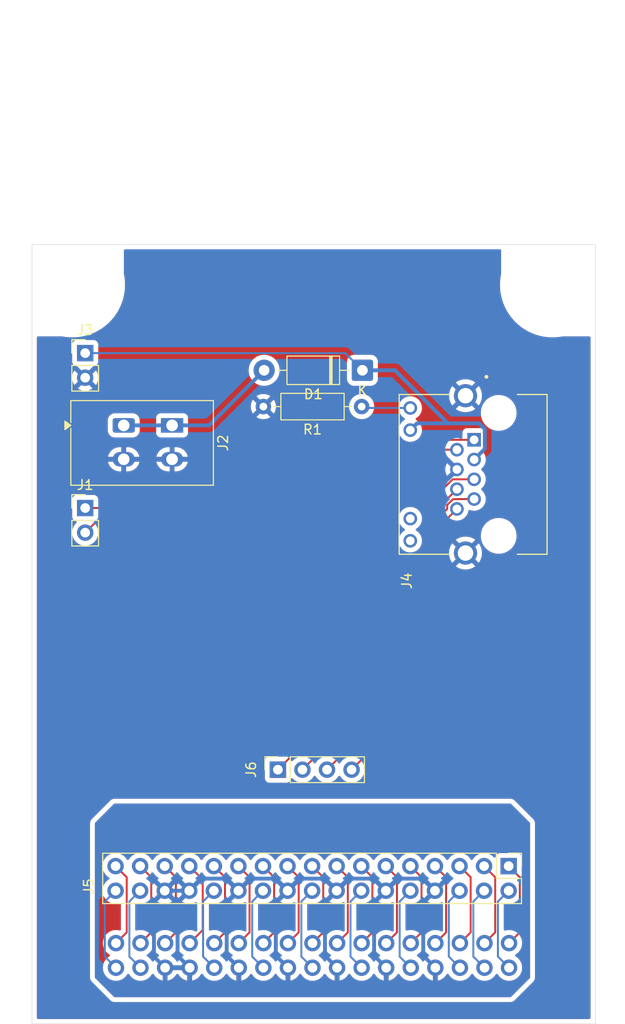
<source format=kicad_pcb>
(kicad_pcb (version 20241229) (generator "pcbnew") (generator_version "9.0")
  (layers (0 "F.Cu" signal) (2 "B.Cu" signal) (13 "F.Paste" user) (15 "B.Paste" user) (5 "F.SilkS" user "F.Silkscreen") (7 "B.SilkS" user "B.Silkscreen") (1 "F.Mask" user) (3 "B.Mask" user) (25 "Edge.Cuts" user))
  (net 0 "")
  (net 1 "Net-(J1-Pin_1)")
  (net 2 "Net-(J1-Pin_2)")
  (net 3 "/GND")
  (net 4 "/12v")
  (net 5 "Net-(J4-Pad9)")
  (net 8 "/DGND")
  (net 9 "/AGND")
  (net 10 "Net-(D1-A)")
  (net 11 "Net-(J6-Pin_2)")
  (net 12 "Net-(J6-Pin_3)")
  (net 13 "Net-(J6-Pin_1)")
  (net 14 "Net-(J6-Pin_4)")
  (net 15 "Net-(J5-Pin_15)")
  (net 16 "Net-(J5-Pin_22)")
  (net 17 "Net-(J5-Pin_11)")
  (net 18 "Net-(J5-Pin_21)")
  (net 19 "Net-(J5-Pin_33)")
  (net 20 "Net-(J5-Pin_18)")
  (net 21 "Net-(J5-Pin_7)")
  (net 22 "Net-(J5-Pin_27)")
  (net 23 "Net-(J5-Pin_13)")
  (net 24 "Net-(J5-Pin_31)")
  (net 25 "Net-(J5-Pin_34)")
  (net 26 "Net-(J5-Pin_17)")
  (net 27 "Net-(J5-Pin_3)")
  (net 28 "Net-(J5-Pin_25)")
  (net 29 "Net-(J5-Pin_9)")
  (net 30 "Net-(J5-Pin_14)")
  (net 31 "Net-(J5-Pin_26)")
  (net 32 "Net-(J5-Pin_1)")
  (net 33 "Net-(J5-Pin_32)")
  (net 34 "Net-(J5-Pin_10)")
  (net 35 "Net-(J5-Pin_4)")
  (net 36 "Net-(J5-Pin_19)")
  (net 37 "Net-(J5-Pin_29)")
  (net 38 "Net-(J5-Pin_23)")
  (net 39 "Net-(J5-Pin_5)")
  (net 40 "Net-(J5-Pin_2)")
  (footprint "TerminalBlock_WAGO:TerminalBlock_WAGO_2601-1102_1x02_P3.50mm_Horizontal" (layer "F.Cu") (at 110.4825 78.44 -90)
    (property "Reference" "J2" (at 1.81 -10.27 90) (layer "F.SilkS"))
    (property "Value" "Conn_01x02_Pin")
    (fp_line (start -2.56 5.47) (end -2.56 -9.27) (stroke (width 0.12)) (layer "F.SilkS"))
    (fp_line (start -0.3 5.47) (end -2.56 5.47) (stroke (width 0.12)) (layer "F.SilkS"))
    (fp_line (start 6.18 5.47) (end 0.3 5.47) (stroke (width 0.12)) (layer "F.SilkS"))
    (fp_line (start -2.56 -9.27) (end 6.18 -9.27) (stroke (width 0.12)) (layer "F.SilkS"))
    (fp_line (start 6.18 -9.27) (end 6.18 5.47) (stroke (width 0.12)) (layer "F.SilkS"))
    (fp_poly (pts (xy 0 5.47) (xy 0.44 6.08) (xy -0.44 6.08)) (stroke (width 0.12)) (fill yes) (layer "F.SilkS"))
    (pad "1" thru_hole rect (at 0 -5 270) (size 1.5 2.3) (drill 1.2) (layers "*.Cu" "*.Mask") (net 10 "Net-(D1-A)"))
    (pad "1" thru_hole roundrect (at 0 0 270) (size 1.5 2.3) (drill 1.2) (layers "*.Cu" "*.Mask") (roundrect_rratio 0.166667) (net 10 "Net-(D1-A)"))
    (pad "2" thru_hole oval (at 3.5 -5 270) (size 1.5 2.3) (drill 1.2) (layers "*.Cu" "*.Mask") (net 3 "/GND"))
    (pad "2" thru_hole oval (at 3.5 0 270) (size 1.5 2.3) (drill 1.2) (layers "*.Cu" "*.Mask") (net 3 "/GND"))
  )
  (footprint "Diode_THT:D_DO-41_SOD81_P10.16mm_Horizontal" (layer "F.Cu") (at 135.16 72.75 180)
    (property "Reference" "D1" (at 5.08 -2.47 0) (layer "F.SilkS"))
    (property "Value" "D_Schottky")
    (fp_line (start 8.82 0) (end 7.8 0) (stroke (width 0.12)) (layer "F.SilkS"))
    (fp_line (start 3.38 -1.47) (end 3.38 1.47) (stroke (width 0.12)) (layer "F.SilkS"))
    (fp_line (start 3.26 -1.47) (end 3.26 1.47) (stroke (width 0.12)) (layer "F.SilkS"))
    (fp_line (start 3.14 -1.47) (end 3.14 1.47) (stroke (width 0.12)) (layer "F.SilkS"))
    (fp_line (start 1.34 0) (end 2.36 0) (stroke (width 0.12)) (layer "F.SilkS"))
    (fp_rect (start 2.36 -1.47) (end 7.8 1.47) (stroke (width 0.12)) (fill no) (layer "F.SilkS"))
    (fp_text user "K" (at 0 -2.1 0) (layer "F.SilkS"))
    (pad "1" thru_hole roundrect (at 0 0 180) (size 2.2 2.2) (drill 1.1) (layers "*.Cu" "*.Mask") (roundrect_rratio 0.113636) (net 4 "/12v"))
    (pad "2" thru_hole circle (at 10.16 0 180) (size 2.2 2.2) (drill 1.1) (layers "*.Cu" "*.Mask") (net 10 "Net-(D1-A)"))
  )
  (footprint "custom:ADAMTECH_MTJ-88ARX1-FSM-LG" (layer "F.Cu") (at 149.25 83.5 90)
    (property "Reference" "J4" (at -11 -9.5 90) (layer "F.SilkS"))
    (property "Value" "MTJ-88ARX1-FSM-LG")
    (fp_line (start 8.25 -10.29) (end 8.25 -4.95) (stroke (width 0.127)) (layer "F.SilkS"))
    (fp_line (start -8.25 -10.29) (end 8.25 -10.29) (stroke (width 0.127)) (layer "F.SilkS"))
    (fp_line (start -8.25 -4.95) (end -8.25 -10.29) (stroke (width 0.127)) (layer "F.SilkS"))
    (fp_line (start 8.25 5) (end 8.25 1.92) (stroke (width 0.127)) (layer "F.SilkS"))
    (fp_line (start 8.25 5) (end -8.25 5) (stroke (width 0.127)) (layer "F.SilkS"))
    (fp_line (start -8.25 5) (end -8.25 1.92) (stroke (width 0.127)) (layer "F.SilkS"))
    (fp_circle (center 10.075 -1.27) (end 10.175 -1.27) (stroke (width 0.2)) (fill no) (layer "F.SilkS"))
    (pad "" np_thru_hole circle (at -6.35 0 90) (size 3.2 3.2) (drill 3.2) (layers "*.Cu" "*.Mask"))
    (pad "" np_thru_hole circle (at 6.35 0 90) (size 3.2 3.2) (drill 3.2) (layers "*.Cu" "*.Mask"))
    (pad "1" thru_hole rect (at 3.57 -2.54 90) (size 1.408 1.408) (drill 0.9) (layers "*.Cu" "*.Mask") (net 1 "Net-(J1-Pin_1)"))
    (pad "2" thru_hole circle (at 2.55 -4.32 90) (size 1.408 1.408) (drill 0.9) (layers "*.Cu" "*.Mask") (net 2 "Net-(J1-Pin_2)"))
    (pad "3" thru_hole circle (at 1.53 -2.54 90) (size 1.408 1.408) (drill 0.9) (layers "*.Cu" "*.Mask") (net 4 "/12v"))
    (pad "4" thru_hole circle (at 0.51 -4.32 90) (size 1.408 1.408) (drill 0.9) (layers "*.Cu" "*.Mask") (net 3 "/GND"))
    (pad "5" thru_hole circle (at -0.51 -2.54 90) (size 1.408 1.408) (drill 0.9) (layers "*.Cu" "*.Mask") (net 13 "Net-(J6-Pin_1)"))
    (pad "6" thru_hole circle (at -1.53 -4.32 90) (size 1.408 1.408) (drill 0.9) (layers "*.Cu" "*.Mask") (net 11 "Net-(J6-Pin_2)"))
    (pad "7" thru_hole circle (at -2.55 -2.54 90) (size 1.408 1.408) (drill 0.9) (layers "*.Cu" "*.Mask") (net 12 "Net-(J6-Pin_3)"))
    (pad "8" thru_hole circle (at -3.57 -4.32 90) (size 1.408 1.408) (drill 0.9) (layers "*.Cu" "*.Mask") (net 14 "Net-(J6-Pin_4)"))
    (pad "9" thru_hole circle (at 6.86 -9.14 90) (size 1.408 1.408) (drill 0.9) (layers "*.Cu" "*.Mask") (net 5 "Net-(J4-Pad9)"))
    (pad "10" thru_hole circle (at 4.57 -9.14 90) (size 1.408 1.408) (drill 0.9) (layers "*.Cu" "*.Mask") (net 4 "/12v"))
    (pad "11" thru_hole circle (at -4.57 -9.14 90) (size 1.408 1.408) (drill 0.9) (layers "*.Cu" "*.Mask"))
    (pad "12" thru_hole circle (at -6.86 -9.14 90) (size 1.408 1.408) (drill 0.9) (layers "*.Cu" "*.Mask"))
    (pad "SH1" thru_hole circle (at -8.125 -3.43 90) (size 2.4 2.4) (drill 1.6) (layers "*.Cu" "*.Mask") (net 3 "/GND"))
    (pad "SH2" thru_hole circle (at 8.125 -3.43 90) (size 2.4 2.4) (drill 1.6) (layers "*.Cu" "*.Mask") (net 3 "/GND"))
  )
  (footprint "Connector_PinHeader_2.54mm:PinHeader_1x02_P2.54mm_Vertical" (layer "F.Cu") (at 106.5 86.975)
    (property "Reference" "J1" (at 0 -2.38 0) (layer "F.SilkS"))
    (property "Value" "Conn_01x02_Pin")
    (fp_line (start -1.38 -1.38) (end 0 -1.38) (stroke (width 0.12)) (layer "F.SilkS"))
    (fp_line (start -1.38 0) (end -1.38 -1.38) (stroke (width 0.12)) (layer "F.SilkS"))
    (fp_line (start -1.38 1.27) (end -1.38 3.92) (stroke (width 0.12)) (layer "F.SilkS"))
    (fp_line (start -1.38 1.27) (end 1.38 1.27) (stroke (width 0.12)) (layer "F.SilkS"))
    (fp_line (start -1.38 3.92) (end 1.38 3.92) (stroke (width 0.12)) (layer "F.SilkS"))
    (fp_line (start 1.38 1.27) (end 1.38 3.92) (stroke (width 0.12)) (layer "F.SilkS"))
    (pad "1" thru_hole rect (at 0 0) (size 1.7 1.7) (drill 1) (layers "*.Cu" "*.Mask") (net 1 "Net-(J1-Pin_1)"))
    (pad "2" thru_hole circle (at 0 2.54) (size 1.7 1.7) (drill 1) (layers "*.Cu" "*.Mask") (net 2 "Net-(J1-Pin_2)"))
  )
  (footprint "Resistor_THT:R_Axial_DIN0207_L6.3mm_D2.5mm_P10.16mm_Horizontal" (layer "F.Cu") (at 135.08 76.5 180)
    (property "Reference" "R1" (at 5.08 -2.37 0) (layer "F.SilkS"))
    (property "Value" "R")
    (fp_line (start 9.12 0) (end 8.35 0) (stroke (width 0.12)) (layer "F.SilkS"))
    (fp_line (start 1.04 0) (end 1.81 0) (stroke (width 0.12)) (layer "F.SilkS"))
    (fp_rect (start 1.81 -1.37) (end 8.35 1.37) (stroke (width 0.12)) (fill no) (layer "F.SilkS"))
    (pad "1" thru_hole circle (at 0 0 180) (size 1.6 1.6) (drill 0.8) (layers "*.Cu" "*.Mask") (net 5 "Net-(J4-Pad9)"))
    (pad "2" thru_hole circle (at 10.16 0 180) (size 1.6 1.6) (drill 0.8) (layers "*.Cu" "*.Mask") (net 3 "/GND"))
  )
  (footprint "Connector_PinHeader_2.54mm:PinHeader_1x02_P2.54mm_Vertical" (layer "F.Cu") (at 106.5 70.975)
    (property "Reference" "J3" (at 0 -2.38 0) (layer "F.SilkS"))
    (property "Value" "Conn_01x02_Pin")
    (fp_line (start -1.38 -1.38) (end 0 -1.38) (stroke (width 0.12)) (layer "F.SilkS"))
    (fp_line (start -1.38 0) (end -1.38 -1.38) (stroke (width 0.12)) (layer "F.SilkS"))
    (fp_line (start -1.38 1.27) (end -1.38 3.92) (stroke (width 0.12)) (layer "F.SilkS"))
    (fp_line (start -1.38 1.27) (end 1.38 1.27) (stroke (width 0.12)) (layer "F.SilkS"))
    (fp_line (start -1.38 3.92) (end 1.38 3.92) (stroke (width 0.12)) (layer "F.SilkS"))
    (fp_line (start 1.38 1.27) (end 1.38 3.92) (stroke (width 0.12)) (layer "F.SilkS"))
    (pad "1" thru_hole rect (at 0 0) (size 1.7 1.7) (drill 1) (layers "*.Cu" "*.Mask") (net 4 "/12v"))
    (pad "2" thru_hole circle (at 0 2.54) (size 1.7 1.7) (drill 1) (layers "*.Cu" "*.Mask") (net 3 "/GND"))
  )
  (footprint "Connector_PinSocket_2.54mm:PinSocket_2x17_P2.54mm_Vertical" (layer "F.Cu") (at 150.28 127.34 -90)
    (property "Reference" "J5" (at -1.27 43.41 90) (layer "F.SilkS"))
    (property "Value" "Conn_02x17_Odd_Even")
    (fp_line (start 0.49 41.97) (end -4.71 41.97) (stroke (width 0.12)) (layer "F.SilkS"))
    (fp_line (start -4.71 1.27) (end -4.71 41.97) (stroke (width 0.12)) (layer "F.SilkS"))
    (fp_line (start -2.11 1.27) (end -4.71 1.27) (stroke (width 0.12)) (layer "F.SilkS"))
    (fp_line (start -4.71 -1.33) (end -4.71 0) (stroke (width 0.12)) (layer "F.SilkS"))
    (fp_line (start -3.38 -1.33) (end -4.71 -1.33) (stroke (width 0.12)) (layer "F.SilkS"))
    (fp_line (start -2.11 -1.33) (end -2.11 1.27) (stroke (width 0.12)) (layer "F.SilkS"))
    (fp_line (start 0.49 -1.33) (end 0.49 41.97) (stroke (width 0.12)) (layer "F.SilkS"))
    (fp_line (start 0.49 -1.33) (end -2.11 -1.33) (stroke (width 0.12)) (layer "F.SilkS"))
    (pad "1" thru_hole rect (at -3.38 0 270) (size 1.7 1.7) (drill 1) (layers "*.Cu" "*.Mask") (net 32 "Net-(J5-Pin_1)"))
    (pad "2" thru_hole circle (at -0.84 0 270) (size 1.7 1.7) (drill 1) (layers "*.Cu" "*.Mask") (net 40 "Net-(J5-Pin_2)"))
    (pad "3" thru_hole circle (at -3.38 2.54 270) (size 1.7 1.7) (drill 1) (layers "*.Cu" "*.Mask") (net 27 "Net-(J5-Pin_3)"))
    (pad "4" thru_hole circle (at -0.84 2.54 270) (size 1.7 1.7) (drill 1) (layers "*.Cu" "*.Mask") (net 35 "Net-(J5-Pin_4)"))
    (pad "5" thru_hole circle (at -3.38 5.08 270) (size 1.7 1.7) (drill 1) (layers "*.Cu" "*.Mask") (net 39 "Net-(J5-Pin_5)"))
    (pad "6" thru_hole circle (at -0.84 5.08 270) (size 1.7 1.7) (drill 1) (layers "*.Cu" "*.Mask") (net 9 "/AGND"))
    (pad "7" thru_hole circle (at -3.38 7.62 270) (size 1.7 1.7) (drill 1) (layers "*.Cu" "*.Mask") (net 21 "Net-(J5-Pin_7)"))
    (pad "8" thru_hole circle (at -0.84 7.62 270) (size 1.7 1.7) (drill 1) (layers "*.Cu" "*.Mask") (net 8 "/DGND"))
    (pad "9" thru_hole circle (at -3.38 10.16 270) (size 1.7 1.7) (drill 1) (layers "*.Cu" "*.Mask") (net 29 "Net-(J5-Pin_9)"))
    (pad "10" thru_hole circle (at -0.84 10.16 270) (size 1.7 1.7) (drill 1) (layers "*.Cu" "*.Mask") (net 34 "Net-(J5-Pin_10)"))
    (pad "11" thru_hole circle (at -3.38 12.7 270) (size 1.7 1.7) (drill 1) (layers "*.Cu" "*.Mask") (net 17 "Net-(J5-Pin_11)"))
    (pad "12" thru_hole circle (at -0.84 12.7 270) (size 1.7 1.7) (drill 1) (layers "*.Cu" "*.Mask") (net 8 "/DGND"))
    (pad "13" thru_hole circle (at -3.38 15.24 270) (size 1.7 1.7) (drill 1) (layers "*.Cu" "*.Mask") (net 23 "Net-(J5-Pin_13)"))
    (pad "14" thru_hole circle (at -0.84 15.24 270) (size 1.7 1.7) (drill 1) (layers "*.Cu" "*.Mask") (net 30 "Net-(J5-Pin_14)"))
    (pad "15" thru_hole circle (at -3.38 17.78 270) (size 1.7 1.7) (drill 1) (layers "*.Cu" "*.Mask") (net 15 "Net-(J5-Pin_15)"))
    (pad "16" thru_hole circle (at -0.84 17.78 270) (size 1.7 1.7) (drill 1) (layers "*.Cu" "*.Mask") (net 8 "/DGND"))
    (pad "17" thru_hole circle (at -3.38 20.32 270) (size 1.7 1.7) (drill 1) (layers "*.Cu" "*.Mask") (net 26 "Net-(J5-Pin_17)"))
    (pad "18" thru_hole circle (at -0.84 20.32 270) (size 1.7 1.7) (drill 1) (layers "*.Cu" "*.Mask") (net 20 "Net-(J5-Pin_18)"))
    (pad "19" thru_hole circle (at -3.38 22.86 270) (size 1.7 1.7) (drill 1) (layers "*.Cu" "*.Mask") (net 36 "Net-(J5-Pin_19)"))
    (pad "20" thru_hole circle (at -0.84 22.86 270) (size 1.7 1.7) (drill 1) (layers "*.Cu" "*.Mask") (net 8 "/DGND"))
    (pad "21" thru_hole circle (at -3.38 25.4 270) (size 1.7 1.7) (drill 1) (layers "*.Cu" "*.Mask") (net 18 "Net-(J5-Pin_21)"))
    (pad "22" thru_hole circle (at -0.84 25.4 270) (size 1.7 1.7) (drill 1) (layers "*.Cu" "*.Mask") (net 16 "Net-(J5-Pin_22)"))
    (pad "23" thru_hole circle (at -3.38 27.94 270) (size 1.7 1.7) (drill 1) (layers "*.Cu" "*.Mask") (net 38 "Net-(J5-Pin_23)"))
    (pad "24" thru_hole circle (at -0.84 27.94 270) (size 1.7 1.7) (drill 1) (layers "*.Cu" "*.Mask") (net 8 "/DGND"))
    (pad "25" thru_hole circle (at -3.38 30.48 270) (size 1.7 1.7) (drill 1) (layers "*.Cu" "*.Mask") (net 28 "Net-(J5-Pin_25)"))
    (pad "26" thru_hole circle (at -0.84 30.48 270) (size 1.7 1.7) (drill 1) (layers "*.Cu" "*.Mask") (net 31 "Net-(J5-Pin_26)"))
    (pad "27" thru_hole circle (at -3.38 33.02 270) (size 1.7 1.7) (drill 1) (layers "*.Cu" "*.Mask") (net 22 "Net-(J5-Pin_27)"))
    (pad "28" thru_hole circle (at -0.84 33.02 270) (size 1.7 1.7) (drill 1) (layers "*.Cu" "*.Mask") (net 8 "/DGND"))
    (pad "29" thru_hole circle (at -3.38 35.56 270) (size 1.7 1.7) (drill 1) (layers "*.Cu" "*.Mask") (net 37 "Net-(J5-Pin_29)"))
    (pad "30" thru_hole circle (at -0.84 35.56 270) (size 1.7 1.7) (drill 1) (layers "*.Cu" "*.Mask") (net 8 "/DGND"))
    (pad "31" thru_hole circle (at -3.38 38.1 270) (size 1.7 1.7) (drill 1) (layers "*.Cu" "*.Mask") (net 24 "Net-(J5-Pin_31)"))
    (pad "32" thru_hole circle (at -0.84 38.1 270) (size 1.7 1.7) (drill 1) (layers "*.Cu" "*.Mask") (net 33 "Net-(J5-Pin_32)"))
    (pad "33" thru_hole circle (at -3.38 40.64 270) (size 1.7 1.7) (drill 1) (layers "*.Cu" "*.Mask") (net 19 "Net-(J5-Pin_33)"))
    (pad "34" thru_hole circle (at -0.84 40.64 270) (size 1.7 1.7) (drill 1) (layers "*.Cu" "*.Mask") (net 25 "Net-(J5-Pin_34)"))
  )
  (footprint "Connector_PinSocket_2.54mm:PinSocket_1x04_P2.54mm_Vertical" (layer "F.Cu") (at 126.42 114 90)
    (property "Reference" "J6" (at 0 -2.77 90) (layer "F.SilkS"))
    (property "Value" "Conn_01x04_Socket")
    (fp_line (start 1.33 -1.33) (end 1.33 0) (stroke (width 0.12)) (layer "F.SilkS"))
    (fp_line (start 0 -1.33) (end 1.33 -1.33) (stroke (width 0.12)) (layer "F.SilkS"))
    (fp_line (start 1.33 1.27) (end 1.33 8.95) (stroke (width 0.12)) (layer "F.SilkS"))
    (fp_line (start -1.33 1.27) (end 1.33 1.27) (stroke (width 0.12)) (layer "F.SilkS"))
    (fp_line (start -1.33 1.27) (end -1.33 8.95) (stroke (width 0.12)) (layer "F.SilkS"))
    (fp_line (start -1.33 8.95) (end 1.33 8.95) (stroke (width 0.12)) (layer "F.SilkS"))
    (pad "1" thru_hole rect (at 0 0 90) (size 1.7 1.7) (drill 1) (layers "*.Cu" "*.Mask") (net 13 "Net-(J6-Pin_1)"))
    (pad "2" thru_hole circle (at 0 2.54 90) (size 1.7 1.7) (drill 1) (layers "*.Cu" "*.Mask") (net 11 "Net-(J6-Pin_2)"))
    (pad "3" thru_hole circle (at 0 5.08 90) (size 1.7 1.7) (drill 1) (layers "*.Cu" "*.Mask") (net 12 "Net-(J6-Pin_3)"))
    (pad "4" thru_hole circle (at 0 7.62 90) (size 1.7 1.7) (drill 1) (layers "*.Cu" "*.Mask") (net 14 "Net-(J6-Pin_4)"))
  )
  (footprint "FRC:RoboRIO_MXP-THT" (layer "F.Cu") (at 105.1842 63.9182)
    (property "Reference" "U1" (hide yes))
    (property "Value" "~")
    (pad "" np_thru_hole circle (at 0 0) (size 4.064 4.064) (drill 4.064) (layers "*.Cu" "*.Mask") (clearance 3.4))
    (pad "" np_thru_hole circle (at 49.6316 0) (size 4.064 4.064) (drill 4.064) (layers "*.Cu" "*.Mask") (clearance 3.4))
    (pad "1" thru_hole oval (at 45.1358 67.9958) (size 1.7 1.7) (drill 1) (layers "*.Cu" "*.Mask") (net 32 "Net-(J5-Pin_1)"))
    (pad "2" thru_hole oval (at 45.1358 70.5358) (size 1.7 1.7) (drill 1) (layers "*.Cu" "*.Mask") (net 40 "Net-(J5-Pin_2)"))
    (pad "3" thru_hole oval (at 42.5958 67.9958) (size 1.7 1.7) (drill 1) (layers "*.Cu" "*.Mask") (net 27 "Net-(J5-Pin_3)"))
    (pad "4" thru_hole oval (at 42.5958 70.5358) (size 1.7 1.7) (drill 1) (layers "*.Cu" "*.Mask") (net 35 "Net-(J5-Pin_4)"))
    (pad "5" thru_hole oval (at 40.0558 67.9958) (size 1.7 1.7) (drill 1) (layers "*.Cu" "*.Mask") (net 39 "Net-(J5-Pin_5)"))
    (pad "6" thru_hole oval (at 40.0558 70.5358) (size 1.7 1.7) (drill 1) (layers "*.Cu" "*.Mask") (net 9 "/AGND"))
    (pad "7" thru_hole oval (at 37.5158 67.9958) (size 1.7 1.7) (drill 1) (layers "*.Cu" "*.Mask") (net 21 "Net-(J5-Pin_7)"))
    (pad "8" thru_hole oval (at 37.5158 70.5358) (size 1.7 1.7) (drill 1) (layers "*.Cu" "*.Mask") (net 8 "/DGND"))
    (pad "9" thru_hole oval (at 34.9758 67.9958) (size 1.7 1.7) (drill 1) (layers "*.Cu" "*.Mask") (net 29 "Net-(J5-Pin_9)"))
    (pad "10" thru_hole oval (at 34.9758 70.5358) (size 1.7 1.7) (drill 1) (layers "*.Cu" "*.Mask") (net 34 "Net-(J5-Pin_10)"))
    (pad "11" thru_hole oval (at 32.4358 67.9958) (size 1.7 1.7) (drill 1) (layers "*.Cu" "*.Mask") (net 17 "Net-(J5-Pin_11)"))
    (pad "12" thru_hole oval (at 32.4358 70.5358) (size 1.7 1.7) (drill 1) (layers "*.Cu" "*.Mask") (net 8 "/DGND"))
    (pad "13" thru_hole oval (at 29.8958 67.9958) (size 1.7 1.7) (drill 1) (layers "*.Cu" "*.Mask") (net 23 "Net-(J5-Pin_13)"))
    (pad "14" thru_hole oval (at 29.8958 70.5358) (size 1.7 1.7) (drill 1) (layers "*.Cu" "*.Mask") (net 30 "Net-(J5-Pin_14)"))
    (pad "15" thru_hole oval (at 27.3558 67.9958) (size 1.7 1.7) (drill 1) (layers "*.Cu" "*.Mask") (net 15 "Net-(J5-Pin_15)"))
    (pad "16" thru_hole oval (at 27.3558 70.5358) (size 1.7 1.7) (drill 1) (layers "*.Cu" "*.Mask") (net 8 "/DGND"))
    (pad "17" thru_hole oval (at 24.8158 67.9958) (size 1.7 1.7) (drill 1) (layers "*.Cu" "*.Mask") (net 26 "Net-(J5-Pin_17)"))
    (pad "18" thru_hole oval (at 24.8158 70.5358) (size 1.7 1.7) (drill 1) (layers "*.Cu" "*.Mask") (net 20 "Net-(J5-Pin_18)"))
    (pad "19" thru_hole oval (at 22.2758 67.9958) (size 1.7 1.7) (drill 1) (layers "*.Cu" "*.Mask") (net 36 "Net-(J5-Pin_19)"))
    (pad "20" thru_hole oval (at 22.2758 70.5358) (size 1.7 1.7) (drill 1) (layers "*.Cu" "*.Mask") (net 8 "/DGND"))
    (pad "21" thru_hole oval (at 19.7358 67.9958) (size 1.7 1.7) (drill 1) (layers "*.Cu" "*.Mask") (net 18 "Net-(J5-Pin_21)"))
    (pad "22" thru_hole oval (at 19.7358 70.5358) (size 1.7 1.7) (drill 1) (layers "*.Cu" "*.Mask") (net 16 "Net-(J5-Pin_22)"))
    (pad "23" thru_hole oval (at 17.1958 67.9958) (size 1.7 1.7) (drill 1) (layers "*.Cu" "*.Mask") (net 38 "Net-(J5-Pin_23)"))
    (pad "24" thru_hole oval (at 17.1958 70.5358) (size 1.7 1.7) (drill 1) (layers "*.Cu" "*.Mask") (net 8 "/DGND"))
    (pad "25" thru_hole oval (at 14.6558 67.9958) (size 1.7 1.7) (drill 1) (layers "*.Cu" "*.Mask") (net 28 "Net-(J5-Pin_25)"))
    (pad "26" thru_hole oval (at 14.6558 70.5358) (size 1.7 1.7) (drill 1) (layers "*.Cu" "*.Mask") (net 31 "Net-(J5-Pin_26)"))
    (pad "27" thru_hole oval (at 12.1158 67.9958) (size 1.7 1.7) (drill 1) (layers "*.Cu" "*.Mask") (net 22 "Net-(J5-Pin_27)"))
    (pad "28" thru_hole oval (at 12.1158 70.5358) (size 1.7 1.7) (drill 1) (layers "*.Cu" "*.Mask") (net 8 "/DGND"))
    (pad "29" thru_hole oval (at 9.5758 67.9958) (size 1.7 1.7) (drill 1) (layers "*.Cu" "*.Mask") (net 37 "Net-(J5-Pin_29)"))
    (pad "30" thru_hole oval (at 9.5758 70.5358) (size 1.7 1.7) (drill 1) (layers "*.Cu" "*.Mask") (net 8 "/DGND"))
    (pad "31" thru_hole oval (at 7.0358 67.9958) (size 1.7 1.7) (drill 1) (layers "*.Cu" "*.Mask") (net 24 "Net-(J5-Pin_31)"))
    (pad "32" thru_hole oval (at 7.0358 70.5358) (size 1.7 1.7) (drill 1) (layers "*.Cu" "*.Mask") (net 33 "Net-(J5-Pin_32)"))
    (pad "33" thru_hole oval (at 4.4958 67.9958) (size 1.7 1.7) (drill 1) (layers "*.Cu" "*.Mask") (net 19 "Net-(J5-Pin_33)"))
    (pad "34" thru_hole oval (at 4.4958 70.5358) (size 1.7 1.7) (drill 1) (layers "*.Cu" "*.Mask") (net 25 "Net-(J5-Pin_34)"))
    (zone (net 0) (net_name "") (layers "F.Cu" "F.Mask" "B.Cu" "B.Mask" "F.SilkS" "B.SilkS" "F.Adhes" "B.Adhes" "F.Paste" "B.Paste" "Edge.Cuts" "Margin" "B.CrtYd" "F.CrtYd") (name "Rio USB/ethernet port block") (connect_pads (clearance 0)) (min_thickness 0.25)
      (keepout (tracks not_allowed) (vias not_allowed) (pads not_allowed) (copperpour not_allowed) (footprints not_allowed))
      (fill (thermal_gap 0.5) (thermal_bridge_width 0.5))
      (polygon (pts (xy 97.6912 34.505) (xy 162.3088 34.505) (xy 162.3088 56.9332) (xy 97.6912 56.9332)))
    )
  )
  (gr_rect (start 101 59.75) (end 159.25 140.25) (stroke (width 0.05)) (fill no) (layer "Edge.Cuts"))
  (segment (start 146.71 79.93) (end 143.82 79.93) (width 0.2) (layer "F.Cu") (net 1))
  (segment (start 143.82 79.93) (end 136.775 86.975) (width 0.2) (layer "F.Cu") (net 1))
  (segment (start 136.775 86.975) (end 106.5 86.975) (width 0.2) (layer "F.Cu") (net 1))
  (segment (start 136.9411 87.376) (end 143.3671 80.95) (width 0.2) (layer "F.Cu") (net 2))
  (segment (start 106.5 89.515) (end 108.639 87.376) (width 0.2) (layer "F.Cu") (net 2))
  (segment (start 108.639 87.376) (end 136.9411 87.376) (width 0.2) (layer "F.Cu") (net 2))
  (segment (start 143.3671 80.95) (end 144.93 80.95) (width 0.2) (layer "F.Cu") (net 2))
  (segment (start 133.385 70.975) (end 135.16 72.75) (width 0.2) (layer "B.Cu") (net 4))
  (segment (start 147.216 78.226) (end 147.815 78.825) (width 0.4) (layer "B.Cu") (net 4))
  (segment (start 140.814 78.226) (end 144 78.226) (width 0.4) (layer "B.Cu") (net 4))
  (segment (start 140.11 78.93) (end 140.814 78.226) (width 0.4) (layer "B.Cu") (net 4))
  (segment (start 147.815 80.865) (end 146.71 81.97) (width 0.4) (layer "B.Cu") (net 4))
  (segment (start 106.5 70.975) (end 133.385 70.975) (width 0.2) (layer "B.Cu") (net 4))
  (segment (start 144 78.226) (end 138.524 72.75) (width 0.4) (layer "B.Cu") (net 4))
  (segment (start 144 78.226) (end 147.216 78.226) (width 0.4) (layer "B.Cu") (net 4))
  (segment (start 138.524 72.75) (end 135.16 72.75) (width 0.4) (layer "B.Cu") (net 4))
  (segment (start 147.815 78.825) (end 147.815 80.865) (width 0.4) (layer "B.Cu") (net 4))
  (segment (start 135.22 76.64) (end 135.08 76.5) (width 0.2) (layer "B.Cu") (net 5))
  (segment (start 140.11 76.64) (end 135.22 76.64) (width 0.2) (layer "B.Cu") (net 5))
  (segment (start 123.591 125.249) (end 126.169 125.249) (width 0.4) (layer "B.Cu") (net 8))
  (segment (start 131.289 127.711) (end 131.289 133.203) (width 0.4) (layer "B.Cu") (net 8))
  (segment (start 114.72 126.5) (end 113.609 127.611) (width 0.4) (layer "B.Cu") (net 8))
  (segment (start 142.66 126.5) (end 141.449 127.711) (width 0.4) (layer "B.Cu") (net 8))
  (segment (start 116.049 133.203) (end 117.3 134.454) (width 0.4) (layer "B.Cu") (net 8))
  (segment (start 118.511 125.249) (end 121.089 125.249) (width 0.4) (layer "B.Cu") (net 8))
  (segment (start 136.369 127.711) (end 136.369 133.203) (width 0.4) (layer "B.Cu") (net 8))
  (segment (start 131.289 133.203) (end 132.54 134.454) (width 0.4) (layer "B.Cu") (net 8))
  (segment (start 117.26 126.5) (end 116.049 127.711) (width 0.4) (layer "B.Cu") (net 8))
  (segment (start 131.249 125.249) (end 132.5 126.5) (width 0.4) (layer "B.Cu") (net 8))
  (segment (start 136.369 133.203) (end 137.62 134.454) (width 0.4) (layer "B.Cu") (net 8))
  (segment (start 116.049 127.711) (end 116.049 133.203) (width 0.4) (layer "B.Cu") (net 8))
  (segment (start 127.42 126.5) (end 126.209 127.711) (width 0.4) (layer "B.Cu") (net 8))
  (segment (start 138.831 125.249) (end 141.409 125.249) (width 0.4) (layer "B.Cu") (net 8))
  (segment (start 126.209 127.711) (end 126.209 133.203) (width 0.4) (layer "B.Cu") (net 8))
  (segment (start 121.089 125.249) (end 122.34 126.5) (width 0.4) (layer "B.Cu") (net 8))
  (segment (start 113.609 133.303) (end 114.76 134.454) (width 0.4) (layer "B.Cu") (net 8))
  (segment (start 127.42 126.5) (end 128.671 125.249) (width 0.4) (layer "B.Cu") (net 8))
  (segment (start 137.58 126.5) (end 136.369 127.711) (width 0.4) (layer "B.Cu") (net 8))
  (segment (start 121.129 127.711) (end 121.129 133.203) (width 0.4) (layer "B.Cu") (net 8))
  (segment (start 121.129 133.203) (end 122.38 134.454) (width 0.4) (layer "B.Cu") (net 8))
  (segment (start 122.34 126.5) (end 123.591 125.249) (width 0.4) (layer "B.Cu") (net 8))
  (segment (start 117.26 126.5) (end 118.511 125.249) (width 0.4) (layer "B.Cu") (net 8))
  (segment (start 128.671 125.249) (end 131.249 125.249) (width 0.4) (layer "B.Cu") (net 8))
  (segment (start 132.5 126.5) (end 133.751 125.249) (width 0.4) (layer "B.Cu") (net 8))
  (segment (start 141.449 127.711) (end 141.449 133.203) (width 0.4) (layer "B.Cu") (net 8))
  (segment (start 126.209 133.203) (end 127.46 134.454) (width 0.4) (layer "B.Cu") (net 8))
  (segment (start 117.26 126.5) (end 114.72 126.5) (width 0.4) (layer "B.Cu") (net 8))
  (segment (start 113.609 127.611) (end 113.609 133.303) (width 0.4) (layer "B.Cu") (net 8))
  (segment (start 141.449 133.203) (end 142.7 134.454) (width 0.4) (layer "B.Cu") (net 8))
  (segment (start 133.751 125.249) (end 136.329 125.249) (width 0.4) (layer "B.Cu") (net 8))
  (segment (start 141.409 125.249) (end 142.66 126.5) (width 0.4) (layer "B.Cu") (net 8))
  (segment (start 137.58 126.5) (end 138.831 125.249) (width 0.4) (layer "B.Cu") (net 8))
  (segment (start 126.169 125.249) (end 127.42 126.5) (width 0.4) (layer "B.Cu") (net 8))
  (segment (start 122.34 126.5) (end 121.129 127.711) (width 0.4) (layer "B.Cu") (net 8))
  (segment (start 132.5 126.5) (end 131.289 127.711) (width 0.4) (layer "B.Cu") (net 8))
  (segment (start 136.329 125.249) (end 137.58 126.5) (width 0.4) (layer "B.Cu") (net 8))
  (segment (start 144.089 127.611) (end 144.089 133.303) (width 0.2) (layer "B.Cu") (net 9))
  (segment (start 144.089 133.303) (end 145.24 134.454) (width 0.2) (layer "B.Cu") (net 9))
  (segment (start 145.2 126.5) (end 144.089 127.611) (width 0.2) (layer "B.Cu") (net 9))
  (segment (start 115.4825 78.44) (end 119.31 78.44) (width 0.4) (layer "B.Cu") (net 10))
  (segment (start 119.31 78.44) (end 125 72.75) (width 0.4) (layer "B.Cu") (net 10))
  (segment (start 110.4825 78.44) (end 115.4825 78.44) (width 0.4) (layer "B.Cu") (net 10))
  (segment (start 144.93 85.03) (end 142.25 87.71) (width 0.2) (layer "F.Cu") (net 11))
  (segment (start 142.25 87.71) (end 142.25 100.71) (width 0.2) (layer "F.Cu") (net 11))
  (segment (start 142.25 100.71) (end 128.96 114) (width 0.2) (layer "F.Cu") (net 11))
  (segment (start 143 102.5) (end 131.5 114) (width 0.2) (layer "F.Cu") (net 12))
  (segment (start 144.95 86.05) (end 144.935 86.065) (width 0.2) (layer "F.Cu") (net 12))
  (segment (start 144.935 86.065) (end 144.513715 86.065) (width 0.2) (layer "F.Cu") (net 12))
  (segment (start 143.925 86.653715) (end 143.925 87.075) (width 0.2) (layer "F.Cu") (net 12))
  (segment (start 146.71 86.05) (end 144.95 86.05) (width 0.2) (layer "F.Cu") (net 12))
  (segment (start 143.925 87.075) (end 143 88) (width 0.2) (layer "F.Cu") (net 12))
  (segment (start 144.513715 86.065) (end 143.925 86.653715) (width 0.2) (layer "F.Cu") (net 12))
  (segment (start 143 88) (end 143 102.5) (width 0.2) (layer "F.Cu") (net 12))
  (segment (start 141.5 98.92) (end 126.42 114) (width 0.2) (layer "F.Cu") (net 13))
  (segment (start 144.49 84.01) (end 141.5 87) (width 0.2) (layer "F.Cu") (net 13))
  (segment (start 141.5 87) (end 141.5 98.92) (width 0.2) (layer "F.Cu") (net 13))
  (segment (start 146.71 84.01) (end 144.49 84.01) (width 0.2) (layer "F.Cu") (net 13))
  (segment (start 143.75 104.29) (end 143.75 88.25) (width 0.2) (layer "F.Cu") (net 14))
  (segment (start 134.04 114) (end 143.75 104.29) (width 0.2) (layer "F.Cu") (net 14))
  (segment (start 143.75 88.25) (end 144.93 87.07) (width 0.2) (layer "F.Cu") (net 14))
  (segment (start 133.651 125.111) (end 133.651 130.803) (width 0.2) (layer "F.Cu") (net 15))
  (segment (start 133.651 130.803) (end 132.54 131.914) (width 0.2) (layer "F.Cu") (net 15))
  (segment (start 132.5 123.96) (end 133.651 125.111) (width 0.2) (layer "F.Cu") (net 15))
  (segment (start 123.769 133.303) (end 124.92 134.454) (width 0.2) (layer "B.Cu") (net 16))
  (segment (start 123.769 127.611) (end 123.769 133.303) (width 0.2) (layer "B.Cu") (net 16))
  (segment (start 124.88 126.5) (end 123.769 127.611) (width 0.2) (layer "B.Cu") (net 16))
  (segment (start 138.731 125.111) (end 138.731 130.803) (width 0.2) (layer "F.Cu") (net 17))
  (segment (start 138.731 130.803) (end 137.62 131.914) (width 0.2) (layer "F.Cu") (net 17))
  (segment (start 137.58 123.96) (end 138.731 125.111) (width 0.2) (layer "F.Cu") (net 17))
  (segment (start 124.88 123.96) (end 126.031 125.111) (width 0.2) (layer "F.Cu") (net 18))
  (segment (start 126.031 125.111) (end 126.031 130.803) (width 0.2) (layer "F.Cu") (net 18))
  (segment (start 126.031 130.803) (end 124.92 131.914) (width 0.2) (layer "F.Cu") (net 18))
  (segment (start 110.791 125.111) (end 110.791 130.803) (width 0.2) (layer "F.Cu") (net 19))
  (segment (start 109.64 123.96) (end 110.791 125.111) (width 0.2) (layer "F.Cu") (net 19))
  (segment (start 110.791 130.803) (end 109.68 131.914) (width 0.2) (layer "F.Cu") (net 19))
  (segment (start 128.849 133.303) (end 130 134.454) (width 0.2) (layer "B.Cu") (net 20))
  (segment (start 129.96 126.5) (end 128.849 127.611) (width 0.2) (layer "B.Cu") (net 20))
  (segment (start 128.849 127.611) (end 128.849 133.303) (width 0.2) (layer "B.Cu") (net 20))
  (segment (start 143.811 125.111) (end 143.811 130.803) (width 0.2) (layer "F.Cu") (net 21))
  (segment (start 142.66 123.96) (end 143.811 125.111) (width 0.2) (layer "F.Cu") (net 21))
  (segment (start 143.811 130.803) (end 142.7 131.914) (width 0.2) (layer "F.Cu") (net 21))
  (segment (start 118.649 130.565) (end 117.3 131.914) (width 0.2) (layer "F.Cu") (net 22))
  (segment (start 117.26 123.96) (end 118.649 125.349) (width 0.2) (layer "F.Cu") (net 22))
  (segment (start 118.649 125.349) (end 118.649 130.565) (width 0.2) (layer "F.Cu") (net 22))
  (segment (start 135.04 123.96) (end 136.191 125.111) (width 0.2) (layer "F.Cu") (net 23))
  (segment (start 136.191 125.111) (end 136.191 130.803) (width 0.2) (layer "F.Cu") (net 23))
  (segment (start 136.191 130.803) (end 135.08 131.914) (width 0.2) (layer "F.Cu") (net 23))
  (segment (start 112.18 123.96) (end 113.331 125.111) (width 0.2) (layer "F.Cu") (net 24))
  (segment (start 113.331 130.803) (end 112.22 131.914) (width 0.2) (layer "F.Cu") (net 24))
  (segment (start 113.331 125.111) (end 113.331 130.803) (width 0.2) (layer "F.Cu") (net 24))
  (segment (start 108.529 127.611) (end 108.529 133.303) (width 0.2) (layer "B.Cu") (net 25))
  (segment (start 108.529 133.303) (end 109.68 134.454) (width 0.2) (layer "B.Cu") (net 25))
  (segment (start 109.64 126.5) (end 108.529 127.611) (width 0.2) (layer "B.Cu") (net 25))
  (segment (start 131.111 130.803) (end 130 131.914) (width 0.2) (layer "F.Cu") (net 26))
  (segment (start 131.111 125.111) (end 131.111 130.803) (width 0.2) (layer "F.Cu") (net 26))
  (segment (start 129.96 123.96) (end 131.111 125.111) (width 0.2) (layer "F.Cu") (net 26))
  (segment (start 147.74 123.96) (end 148.891 125.111) (width 0.2) (layer "F.Cu") (net 27))
  (segment (start 148.891 125.111) (end 148.891 130.803) (width 0.2) (layer "F.Cu") (net 27))
  (segment (start 148.891 130.803) (end 147.78 131.914) (width 0.2) (layer "F.Cu") (net 27))
  (segment (start 120.951 125.111) (end 120.951 130.803) (width 0.2) (layer "F.Cu") (net 28))
  (segment (start 120.951 130.803) (end 119.84 131.914) (width 0.2) (layer "F.Cu") (net 28))
  (segment (start 119.8 123.96) (end 120.951 125.111) (width 0.2) (layer "F.Cu") (net 28))
  (segment (start 140.12 123.96) (end 141.271 125.111) (width 0.2) (layer "F.Cu") (net 29))
  (segment (start 141.271 125.111) (end 141.271 130.803) (width 0.2) (layer "F.Cu") (net 29))
  (segment (start 141.271 130.803) (end 140.16 131.914) (width 0.2) (layer "F.Cu") (net 29))
  (segment (start 133.929 133.303) (end 135.08 134.454) (width 0.2) (layer "B.Cu") (net 30))
  (segment (start 133.929 127.611) (end 133.929 133.303) (width 0.2) (layer "B.Cu") (net 30))
  (segment (start 135.04 126.5) (end 133.929 127.611) (width 0.2) (layer "B.Cu") (net 30))
  (segment (start 118.689 127.611) (end 118.689 133.303) (width 0.2) (layer "B.Cu") (net 31))
  (segment (start 119.8 126.5) (end 118.689 127.611) (width 0.2) (layer "B.Cu") (net 31))
  (segment (start 118.689 133.303) (end 119.84 134.454) (width 0.2) (layer "B.Cu") (net 31))
  (segment (start 150.28 123.96) (end 151.431 125.111) (width 0.2) (layer "F.Cu") (net 32))
  (segment (start 151.431 125.111) (end 151.431 130.803) (width 0.2) (layer "F.Cu") (net 32))
  (segment (start 151.431 130.803) (end 150.32 131.914) (width 0.2) (layer "F.Cu") (net 32))
  (segment (start 111.069 127.611) (end 111.069 133.303) (width 0.2) (layer "B.Cu") (net 33))
  (segment (start 111.069 133.303) (end 112.22 134.454) (width 0.2) (layer "B.Cu") (net 33))
  (segment (start 112.18 126.5) (end 111.069 127.611) (width 0.2) (layer "B.Cu") (net 33))
  (segment (start 140.12 126.5) (end 139.009 127.611) (width 0.2) (layer "B.Cu") (net 34))
  (segment (start 139.009 133.303) (end 140.16 134.454) (width 0.2) (layer "B.Cu") (net 34))
  (segment (start 139.009 127.611) (end 139.009 133.303) (width 0.2) (layer "B.Cu") (net 34))
  (segment (start 147.74 126.5) (end 146.629 127.611) (width 0.2) (layer "B.Cu") (net 35))
  (segment (start 146.629 127.611) (end 146.629 133.303) (width 0.2) (layer "B.Cu") (net 35))
  (segment (start 146.629 133.303) (end 147.78 134.454) (width 0.2) (layer "B.Cu") (net 35))
  (segment (start 128.571 125.111) (end 128.571 130.803) (width 0.2) (layer "F.Cu") (net 36))
  (segment (start 127.42 123.96) (end 128.571 125.111) (width 0.2) (layer "F.Cu") (net 36))
  (segment (start 128.571 130.803) (end 127.46 131.914) (width 0.2) (layer "F.Cu") (net 36))
  (segment (start 115.871 125.111) (end 115.871 130.803) (width 0.2) (layer "F.Cu") (net 37))
  (segment (start 115.871 130.803) (end 114.76 131.914) (width 0.2) (layer "F.Cu") (net 37))
  (segment (start 114.72 123.96) (end 115.871 125.111) (width 0.2) (layer "F.Cu") (net 37))
  (segment (start 122.34 123.96) (end 123.491 125.111) (width 0.2) (layer "F.Cu") (net 38))
  (segment (start 123.491 125.111) (end 123.491 130.803) (width 0.2) (layer "F.Cu") (net 38))
  (segment (start 123.491 130.803) (end 122.38 131.914) (width 0.2) (layer "F.Cu") (net 38))
  (segment (start 146.351 125.111) (end 146.351 130.803) (width 0.2) (layer "F.Cu") (net 39))
  (segment (start 146.351 130.803) (end 145.24 131.914) (width 0.2) (layer "F.Cu") (net 39))
  (segment (start 145.2 123.96) (end 146.351 125.111) (width 0.2) (layer "F.Cu") (net 39))
  (segment (start 149.169 127.611) (end 149.169 133.303) (width 0.2) (layer "B.Cu") (net 40))
  (segment (start 150.28 126.5) (end 149.169 127.611) (width 0.2) (layer "B.Cu") (net 40))
  (segment (start 149.169 133.303) (end 150.32 134.454) (width 0.2) (layer "B.Cu") (net 40))
  (zone (net 3) (net_name "/GND") (layers "F.Cu" "B.Cu") (priority 1) (connect_pads (clearance 0.5)) (min_thickness 0.25) (fill yes (thermal_gap 0.5) (thermal_bridge_width 0.5))
    (polygon (pts (xy 101 69.25) (xy 105.25 69.25) (xy 110.5 64) (xy 110.5 59.75) (xy 149.5 59.75) (xy 149.5 64) (xy 154.75 69.25) (xy 159.25 69.25) (xy 159.25 140.25) (xy 101 140.25)))
  )
  (zone (net 8) (net_name "/DGND") (layers "F.Cu" "B.Cu") (priority 1) (connect_pads (clearance 0.5)) (min_thickness 0.25) (fill yes (thermal_gap 0.5) (thermal_bridge_width 0.5))
    (polygon (pts (xy 109.5 117.5) (xy 107.5 119.5) (xy 107.5 135.5) (xy 109.5 137.5) (xy 150.5 137.5) (xy 152.5 135.5) (xy 152.5 119.5) (xy 150.5 117.5)))
  )
)
</source>
